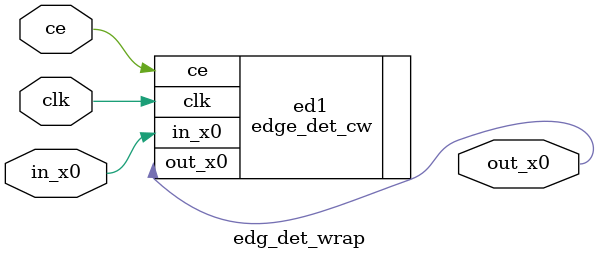
<source format=v>
`timescale 1ns / 1ps
module edg_det_wrap( input clk, ce, in_x0,
output out_x0
    );

edge_det_cw ed1 (
    .clk(clk), 
    .ce(ce), 
    .in_x0(in_x0), 
    .out_x0(out_x0)
    );


endmodule

</source>
